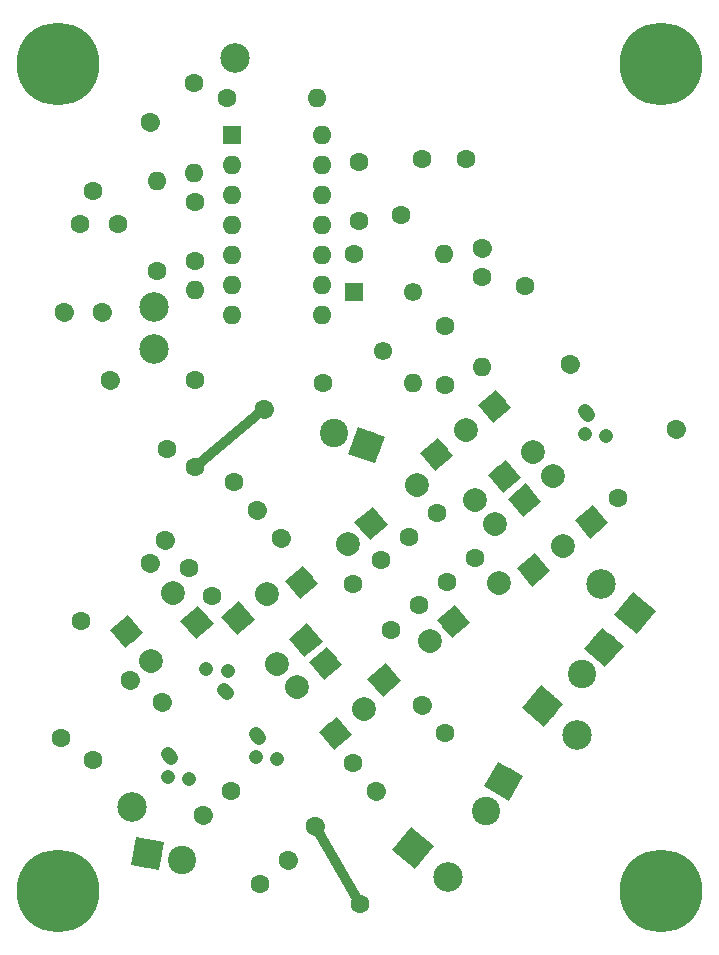
<source format=gbr>
G04 #@! TF.GenerationSoftware,KiCad,Pcbnew,(5.1.2-1)-1*
G04 #@! TF.CreationDate,2022-06-02T01:43:19-04:00*
G04 #@! TF.ProjectId,Diode VCF -  Hyperreal,44696f64-6520-4564-9346-202d20204879,rev?*
G04 #@! TF.SameCoordinates,Original*
G04 #@! TF.FileFunction,Copper,L1,Top*
G04 #@! TF.FilePolarity,Positive*
%FSLAX46Y46*%
G04 Gerber Fmt 4.6, Leading zero omitted, Abs format (unit mm)*
G04 Created by KiCad (PCBNEW (5.1.2-1)-1) date 2022-06-02 01:43:19*
%MOMM*%
%LPD*%
G04 APERTURE LIST*
%ADD10C,7.000000*%
%ADD11C,1.600000*%
%ADD12C,1.600000*%
%ADD13C,2.400000*%
%ADD14C,0.100000*%
%ADD15C,2.000000*%
%ADD16C,2.000000*%
%ADD17C,2.499360*%
%ADD18C,1.200000*%
%ADD19C,1.200000*%
%ADD20O,1.600000X1.600000*%
%ADD21C,1.550000*%
%ADD22R,1.550000X1.550000*%
%ADD23R,1.600000X1.600000*%
%ADD24C,0.812800*%
G04 APERTURE END LIST*
D10*
X16000000Y-86000000D03*
X67000000Y-86000000D03*
X67000000Y-16000000D03*
X16000000Y-16000000D03*
D11*
X33407259Y-45231958D03*
D12*
X33407259Y-45231958D02*
X33407259Y-45231958D01*
D11*
X27570000Y-50130000D03*
X37690000Y-80540886D03*
D12*
X37690000Y-80540886D02*
X37690000Y-80540886D01*
D11*
X41500000Y-87140000D03*
D13*
X26427248Y-83341303D03*
X23550624Y-82834077D03*
D14*
G36*
X22160477Y-83807468D02*
G01*
X22577233Y-81443930D01*
X24940771Y-81860686D01*
X24524015Y-84224224D01*
X22160477Y-83807468D01*
X22160477Y-83807468D01*
G37*
D11*
X48060818Y-53999766D03*
X51274756Y-57829988D03*
X48920534Y-59831521D03*
X45706596Y-56001299D03*
X46538137Y-61830590D03*
X43324199Y-58000368D03*
X40909924Y-60039238D03*
X44123862Y-63869460D03*
X48690000Y-43150000D03*
X48690000Y-38150000D03*
X46750101Y-24051537D03*
X45040000Y-28750000D03*
D13*
X42082780Y-48261894D03*
D14*
G36*
X43620835Y-47544687D02*
G01*
X42799987Y-49799949D01*
X40544725Y-48979101D01*
X41365573Y-46723839D01*
X43620835Y-47544687D01*
X43620835Y-47544687D01*
G37*
D13*
X39337937Y-47262853D03*
D11*
X27560000Y-32640000D03*
X27560000Y-27640000D03*
X41480000Y-24280000D03*
X41480000Y-29280000D03*
D13*
X60287935Y-67628047D03*
X62165517Y-65390431D03*
D14*
G36*
X62017609Y-63699833D02*
G01*
X63856115Y-65242523D01*
X62313425Y-67081029D01*
X60474919Y-65538339D01*
X62017609Y-63699833D01*
X62017609Y-63699833D01*
G37*
D13*
X53682905Y-76706607D03*
D14*
G36*
X53243675Y-75067377D02*
G01*
X55322135Y-76267377D01*
X54122135Y-78345837D01*
X52043675Y-77145837D01*
X53243675Y-75067377D01*
X53243675Y-75067377D01*
G37*
D13*
X52222405Y-79236267D03*
D15*
X21769157Y-64064395D03*
D14*
G36*
X21645900Y-65473227D02*
G01*
X20360325Y-63941138D01*
X21892414Y-62655563D01*
X23177989Y-64187652D01*
X21645900Y-65473227D01*
X21645900Y-65473227D01*
G37*
D15*
X25660663Y-60799034D03*
D16*
X25660663Y-60799034D02*
X25660663Y-60799034D01*
D15*
X27730439Y-63265697D03*
D14*
G36*
X27853696Y-61856865D02*
G01*
X29139271Y-63388954D01*
X27607182Y-64674529D01*
X26321607Y-63142440D01*
X27853696Y-61856865D01*
X27853696Y-61856865D01*
G37*
D15*
X23838933Y-66531058D03*
D16*
X23838933Y-66531058D02*
X23838933Y-66531058D01*
D15*
X57874519Y-50869233D03*
D16*
X57874519Y-50869233D02*
X57874519Y-50869233D01*
D15*
X61139880Y-54760739D03*
D14*
G36*
X62548712Y-54883996D02*
G01*
X61016623Y-56169571D01*
X59731048Y-54637482D01*
X61263137Y-53351907D01*
X62548712Y-54883996D01*
X62548712Y-54883996D01*
G37*
D15*
X55438499Y-52913297D03*
D14*
G36*
X54029667Y-52790040D02*
G01*
X55561756Y-51504465D01*
X56847331Y-53036554D01*
X55315242Y-54322129D01*
X54029667Y-52790040D01*
X54029667Y-52790040D01*
G37*
D15*
X58703860Y-56804803D03*
D16*
X58703860Y-56804803D02*
X58703860Y-56804803D01*
D15*
X56234467Y-58824655D03*
D14*
G36*
X57643299Y-58947912D02*
G01*
X56111210Y-60233487D01*
X54825635Y-58701398D01*
X56357724Y-57415823D01*
X57643299Y-58947912D01*
X57643299Y-58947912D01*
G37*
D15*
X52969106Y-54933149D03*
D16*
X52969106Y-54933149D02*
X52969106Y-54933149D01*
D15*
X53320225Y-59925424D03*
D16*
X53320225Y-59925424D02*
X53320225Y-59925424D01*
D15*
X49428719Y-63190785D03*
D14*
G36*
X49305462Y-64599617D02*
G01*
X48019887Y-63067528D01*
X49551976Y-61781953D01*
X50837551Y-63314042D01*
X49305462Y-64599617D01*
X49305462Y-64599617D01*
G37*
D15*
X47463948Y-64878587D03*
D16*
X47463948Y-64878587D02*
X47463948Y-64878587D01*
D15*
X43572442Y-68143948D03*
D14*
G36*
X43449185Y-69552780D02*
G01*
X42163610Y-68020691D01*
X43695699Y-66735116D01*
X44981274Y-68267205D01*
X43449185Y-69552780D01*
X43449185Y-69552780D01*
G37*
D15*
X41899748Y-70630993D03*
D16*
X41899748Y-70630993D02*
X41899748Y-70630993D01*
D15*
X38634387Y-66739487D03*
D14*
G36*
X37225555Y-66616230D02*
G01*
X38757644Y-65330655D01*
X40043219Y-66862744D01*
X38511130Y-68148319D01*
X37225555Y-66616230D01*
X37225555Y-66616230D01*
G37*
D15*
X36185508Y-68768230D03*
D16*
X36185508Y-68768230D02*
X36185508Y-68768230D01*
D15*
X39450869Y-72659736D03*
D14*
G36*
X40859701Y-72782993D02*
G01*
X39327612Y-74068568D01*
X38042037Y-72536479D01*
X39574126Y-71250904D01*
X40859701Y-72782993D01*
X40859701Y-72782993D01*
G37*
D15*
X52918628Y-44963031D03*
D14*
G36*
X51509796Y-44839774D02*
G01*
X53041885Y-43554199D01*
X54327460Y-45086288D01*
X52795371Y-46371863D01*
X51509796Y-44839774D01*
X51509796Y-44839774D01*
G37*
D15*
X56183989Y-48854537D03*
D16*
X56183989Y-48854537D02*
X56183989Y-48854537D01*
D15*
X50469750Y-46991774D03*
D16*
X50469750Y-46991774D02*
X50469750Y-46991774D01*
D15*
X53735111Y-50883280D03*
D14*
G36*
X55143943Y-51006537D02*
G01*
X53611854Y-52292112D01*
X52326279Y-50760023D01*
X53858368Y-49474448D01*
X55143943Y-51006537D01*
X55143943Y-51006537D01*
G37*
D15*
X51297858Y-52941433D03*
D16*
X51297858Y-52941433D02*
X51297858Y-52941433D01*
D15*
X48032497Y-49049927D03*
D14*
G36*
X46623665Y-48926670D02*
G01*
X48155754Y-47641095D01*
X49441329Y-49173184D01*
X47909240Y-50458759D01*
X46623665Y-48926670D01*
X46623665Y-48926670D01*
G37*
D15*
X42467329Y-54894523D03*
D14*
G36*
X42344072Y-56303355D02*
G01*
X41058497Y-54771266D01*
X42590586Y-53485691D01*
X43876161Y-55017780D01*
X42344072Y-56303355D01*
X42344072Y-56303355D01*
G37*
D15*
X46358835Y-51629162D03*
D16*
X46358835Y-51629162D02*
X46358835Y-51629162D01*
D15*
X40487237Y-56595181D03*
D16*
X40487237Y-56595181D02*
X40487237Y-56595181D01*
D15*
X36595731Y-59860542D03*
D14*
G36*
X36472474Y-61269374D02*
G01*
X35186899Y-59737285D01*
X36718988Y-58451710D01*
X38004563Y-59983799D01*
X36472474Y-61269374D01*
X36472474Y-61269374D01*
G37*
D15*
X36947817Y-64760627D03*
D14*
G36*
X38356649Y-64883884D02*
G01*
X36824560Y-66169459D01*
X35538985Y-64637370D01*
X37071074Y-63351795D01*
X38356649Y-64883884D01*
X38356649Y-64883884D01*
G37*
D15*
X33682456Y-60869121D03*
D16*
X33682456Y-60869121D02*
X33682456Y-60869121D01*
D15*
X31197744Y-62901827D03*
D14*
G36*
X29788912Y-62778570D02*
G01*
X31321001Y-61492995D01*
X32606576Y-63025084D01*
X31074487Y-64310659D01*
X29788912Y-62778570D01*
X29788912Y-62778570D01*
G37*
D15*
X34463105Y-66793333D03*
D16*
X34463105Y-66793333D02*
X34463105Y-66793333D01*
D17*
X24100000Y-36520000D03*
X22224113Y-78903693D03*
X30930000Y-15480000D03*
X64820000Y-62470000D03*
D14*
G36*
X66580589Y-62315968D02*
G01*
X64974032Y-64230589D01*
X63059411Y-62624032D01*
X64665968Y-60709411D01*
X66580589Y-62315968D01*
X66580589Y-62315968D01*
G37*
D17*
X61901371Y-60020979D03*
X59899999Y-72800000D03*
X56981370Y-70350979D03*
D14*
G36*
X55220781Y-70505011D02*
G01*
X56827338Y-68590390D01*
X58741959Y-70196947D01*
X57135402Y-72111568D01*
X55220781Y-70505011D01*
X55220781Y-70505011D01*
G37*
D17*
X46040000Y-82380000D03*
D14*
G36*
X44279411Y-82534032D02*
G01*
X45885968Y-80619411D01*
X47800589Y-82225968D01*
X46194032Y-84140589D01*
X44279411Y-82534032D01*
X44279411Y-82534032D01*
G37*
D17*
X48958629Y-84829021D03*
X24070000Y-40150000D03*
D18*
X60704008Y-45544790D03*
D19*
X60575450Y-45391581D02*
X60832566Y-45697999D01*
D18*
X60547472Y-47334007D03*
D19*
X60547472Y-47334007D02*
X60547472Y-47334007D01*
D18*
X62336689Y-47490543D03*
D19*
X62336689Y-47490543D02*
X62336689Y-47490543D01*
D18*
X32846099Y-72862682D03*
D19*
X32717541Y-72709473D02*
X32974657Y-73015891D01*
D18*
X32689563Y-74651899D03*
D19*
X32689563Y-74651899D02*
X32689563Y-74651899D01*
D18*
X34478780Y-74808435D03*
D19*
X34478780Y-74808435D02*
X34478780Y-74808435D01*
D18*
X28523477Y-67182237D03*
D19*
X28523477Y-67182237D02*
X28523477Y-67182237D01*
D18*
X30312694Y-67338773D03*
D19*
X30312694Y-67338773D02*
X30312694Y-67338773D01*
D18*
X30156158Y-69127990D03*
D19*
X30284716Y-69281199D02*
X30027600Y-68974781D01*
D18*
X27053293Y-76522449D03*
D19*
X27053293Y-76522449D02*
X27053293Y-76522449D01*
D18*
X25264076Y-76365913D03*
D19*
X25264076Y-76365913D02*
X25264076Y-76365913D01*
D18*
X25420612Y-74576696D03*
D19*
X25292054Y-74423487D02*
X25549170Y-74729905D01*
D11*
X19716801Y-37004235D03*
D12*
X19716801Y-37004235D02*
X19716801Y-37004235D01*
D11*
X21040000Y-29500000D03*
X17810000Y-29510000D03*
X16486801Y-37014235D03*
D12*
X16486801Y-37014235D02*
X16486801Y-37014235D01*
D11*
X23788042Y-20912741D03*
D12*
X23788042Y-20912741D02*
X23788042Y-20912741D01*
D11*
X18890000Y-26750000D03*
X27490000Y-17620000D03*
D20*
X27490000Y-25240000D03*
X24310000Y-25930000D03*
D11*
X24310000Y-33550000D03*
D20*
X27520000Y-35100000D03*
D11*
X27520000Y-42720000D03*
X25220000Y-48590000D03*
X20321958Y-42752741D03*
D12*
X20321958Y-42752741D02*
X20321958Y-42752741D01*
D11*
X30856501Y-51387282D03*
X25019242Y-56285324D03*
D12*
X25019242Y-56285324D02*
X25019242Y-56285324D01*
D11*
X23782663Y-58249776D03*
D12*
X23782663Y-58249776D02*
X23782663Y-58249776D01*
D11*
X17945404Y-63147818D03*
X34835356Y-56129098D03*
D12*
X34835356Y-56129098D02*
X34835356Y-56129098D01*
D11*
X28998097Y-61027140D03*
X27013115Y-58645973D03*
X32850374Y-53747931D03*
D12*
X32850374Y-53747931D02*
X32850374Y-53747931D01*
D11*
X22090415Y-68180995D03*
D12*
X22090415Y-68180995D02*
X22090415Y-68180995D01*
D11*
X16253156Y-73079037D03*
X68254960Y-46867355D03*
D12*
X68254960Y-46867355D02*
X68254960Y-46867355D01*
D11*
X63356918Y-52704614D03*
X59280000Y-41369114D03*
D12*
X59280000Y-41369114D02*
X59280000Y-41369114D01*
D11*
X55470000Y-34770000D03*
X30567632Y-77568115D03*
X35465674Y-83405374D03*
D12*
X35465674Y-83405374D02*
X35465674Y-83405374D01*
D11*
X33098597Y-85391586D03*
X28200555Y-79554327D03*
D12*
X28200555Y-79554327D02*
X28200555Y-79554327D01*
D11*
X18952057Y-74926423D03*
X24789316Y-70028381D03*
D12*
X24789316Y-70028381D02*
X24789316Y-70028381D01*
D11*
X46763996Y-70282869D03*
D12*
X46763996Y-70282869D02*
X46763996Y-70282869D01*
D11*
X40926737Y-75180911D03*
X48748977Y-72664035D03*
X42911718Y-77562077D03*
D12*
X42911718Y-77562077D02*
X42911718Y-77562077D01*
D11*
X50540000Y-24030000D03*
X51863199Y-31534235D03*
D12*
X51863199Y-31534235D02*
X51863199Y-31534235D01*
D11*
X51840000Y-34040000D03*
D20*
X51840000Y-41660000D03*
X46010000Y-42990000D03*
D11*
X38390000Y-42990000D03*
D20*
X48620000Y-32110000D03*
D11*
X41000000Y-32110000D03*
X30230000Y-18830000D03*
D20*
X37850000Y-18830000D03*
D21*
X45980000Y-35290000D03*
D22*
X40980000Y-35290000D03*
D21*
X43480000Y-40290000D03*
D23*
X30710000Y-22010000D03*
D20*
X38330000Y-37250000D03*
X30710000Y-24550000D03*
X38330000Y-34710000D03*
X30710000Y-27090000D03*
X38330000Y-32170000D03*
X30710000Y-29630000D03*
X38330000Y-29630000D03*
X30710000Y-32170000D03*
X38330000Y-27090000D03*
X30710000Y-34710000D03*
X38330000Y-24550000D03*
X30710000Y-37250000D03*
X38330000Y-22010000D03*
D24*
X37690000Y-80540886D02*
X41500000Y-87140000D01*
X27570000Y-50130000D02*
X33407259Y-45231958D01*
M02*

</source>
